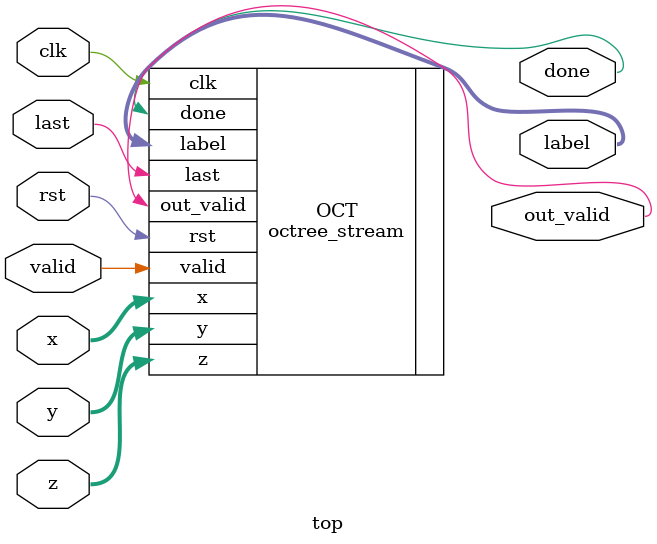
<source format=v>
module top (
    input clk,
    input rst,

    input  [7:0] x,
    input  [7:0] y,
    input  [7:0] z,
    input        valid,
    input        last,

    output [3:0] label,
    output       out_valid,
    output       done
);

    octree_stream OCT (
        .clk(clk),
        .rst(rst),
        .x(x),
        .y(y),
        .z(z),
        .valid(valid),
        .last(last),
        .label(label),
        .out_valid(out_valid),
        .done(done)
    );
endmodule

</source>
